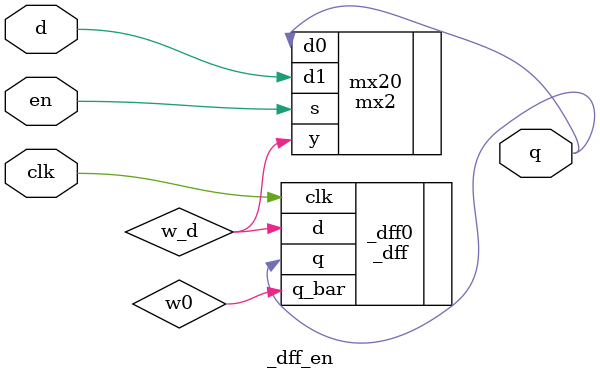
<source format=v>
module _dff_en(clk, en, d, q);
	input clk, en, d; // input ports
	output q;			// output port
	
	wire w_d; 			// wire
	
	mx2 mx20(.d0(q), .d1(d), .s(en), .y(w_d)); // Instance 2 to 1 mux
	_dff _dff0(.d(w_d), .q(q), .clk(clk), .q_bar(w0)); // d_flip flop
	
endmodule

</source>
